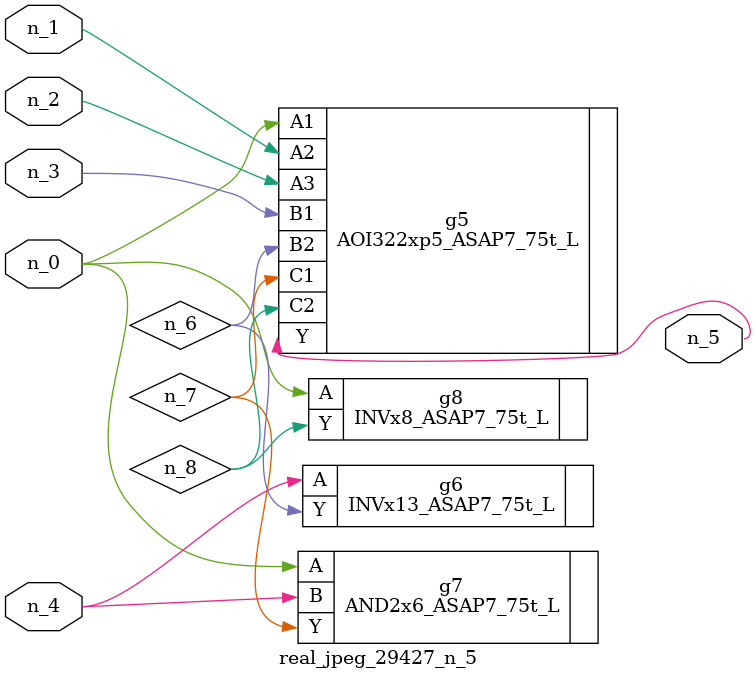
<source format=v>
module real_jpeg_29427_n_5 (n_4, n_0, n_1, n_2, n_3, n_5);

input n_4;
input n_0;
input n_1;
input n_2;
input n_3;

output n_5;

wire n_8;
wire n_6;
wire n_7;

AOI322xp5_ASAP7_75t_L g5 ( 
.A1(n_0),
.A2(n_1),
.A3(n_2),
.B1(n_3),
.B2(n_6),
.C1(n_7),
.C2(n_8),
.Y(n_5)
);

AND2x6_ASAP7_75t_L g7 ( 
.A(n_0),
.B(n_4),
.Y(n_7)
);

INVx8_ASAP7_75t_L g8 ( 
.A(n_0),
.Y(n_8)
);

INVx13_ASAP7_75t_L g6 ( 
.A(n_4),
.Y(n_6)
);


endmodule
</source>
